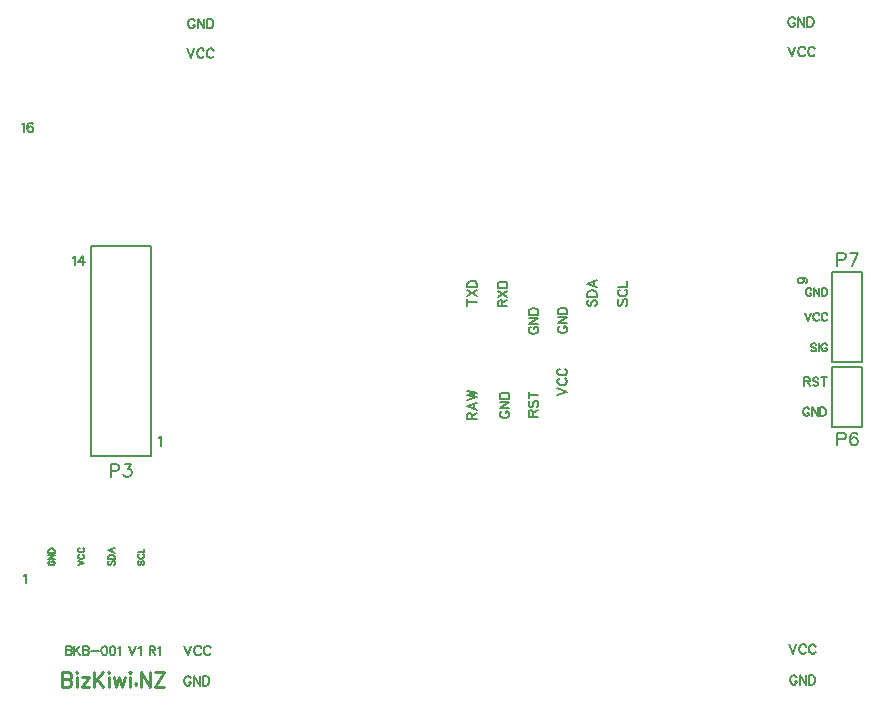
<source format=gto>
G04 Layer: TopSilkscreenLayer*
G04 EasyEDA v6.4.31, 2022-02-01 10:24:13*
G04 a2bdee3bbafc4a89820f5aeefba6b781,658f5e24285b455797eae137c281a567,10*
G04 Gerber Generator version 0.2*
G04 Scale: 100 percent, Rotated: No, Reflected: No *
G04 Dimensions in millimeters *
G04 leading zeros omitted , absolute positions ,4 integer and 5 decimal *
%FSLAX45Y45*%
%MOMM*%

%ADD10C,0.2540*%
%ADD18C,0.2032*%
%ADD19C,0.2030*%
%ADD20C,0.1600*%
%ADD21C,0.1270*%
%ADD22C,0.1778*%

%LPD*%
D20*
X6853577Y-198932D02*
G01*
X6849767Y-191312D01*
X6842147Y-183692D01*
X6834527Y-179880D01*
X6819287Y-179882D01*
X6811667Y-183692D01*
X6804047Y-191312D01*
X6800240Y-198932D01*
X6796427Y-210362D01*
X6796427Y-229412D01*
X6800237Y-240845D01*
X6804047Y-248465D01*
X6811667Y-256085D01*
X6819285Y-259892D01*
X6834527Y-259895D01*
X6842147Y-256085D01*
X6849765Y-248462D01*
X6853577Y-240842D01*
X6853577Y-229415D01*
X6834525Y-229412D02*
G01*
X6853577Y-229415D01*
X6878723Y-179882D02*
G01*
X6878723Y-259895D01*
X6878723Y-179882D02*
G01*
X6932063Y-259892D01*
X6932063Y-179882D02*
G01*
X6932063Y-259892D01*
X6957209Y-179882D02*
G01*
X6957207Y-259892D01*
X6957209Y-179882D02*
G01*
X6983879Y-179882D01*
X6995309Y-183692D01*
X7002929Y-191312D01*
X7006739Y-198932D01*
X7010549Y-210362D01*
X7010549Y-229415D01*
X7006739Y-240845D01*
X7002929Y-248465D01*
X6995309Y-256082D01*
X6983877Y-259895D01*
X6957207Y-259892D01*
X6794807Y-433476D02*
G01*
X6825287Y-513486D01*
X6855767Y-433476D02*
G01*
X6825287Y-513486D01*
X6938063Y-452526D02*
G01*
X6934253Y-444906D01*
X6926633Y-437286D01*
X6919013Y-433476D01*
X6903773Y-433476D01*
X6896153Y-437286D01*
X6888533Y-444906D01*
X6884723Y-452526D01*
X6880913Y-463956D01*
X6880913Y-483006D01*
X6884723Y-494436D01*
X6888533Y-502056D01*
X6896153Y-509676D01*
X6903773Y-513486D01*
X6919013Y-513486D01*
X6926633Y-509676D01*
X6934253Y-502056D01*
X6938063Y-494436D01*
X7020359Y-452526D02*
G01*
X7016549Y-444906D01*
X7008929Y-437286D01*
X7001309Y-433476D01*
X6986069Y-433476D01*
X6978449Y-437286D01*
X6970829Y-444906D01*
X6967019Y-452526D01*
X6963209Y-463956D01*
X6963209Y-483006D01*
X6967019Y-494436D01*
X6970829Y-502056D01*
X6978449Y-509676D01*
X6986069Y-513486D01*
X7001309Y-513486D01*
X7008929Y-509676D01*
X7016549Y-502056D01*
X7020359Y-494436D01*
X1770532Y-212496D02*
G01*
X1766722Y-204876D01*
X1759102Y-197256D01*
X1751482Y-193443D01*
X1736242Y-193446D01*
X1728622Y-197256D01*
X1721002Y-204876D01*
X1717194Y-212496D01*
X1713382Y-223926D01*
X1713382Y-242976D01*
X1717192Y-254408D01*
X1721002Y-262028D01*
X1728622Y-269648D01*
X1736239Y-273456D01*
X1751482Y-273458D01*
X1759102Y-269648D01*
X1766719Y-262026D01*
X1770532Y-254406D01*
X1770532Y-242978D01*
X1751479Y-242976D02*
G01*
X1770532Y-242978D01*
X1795678Y-193446D02*
G01*
X1795678Y-273458D01*
X1795678Y-193446D02*
G01*
X1849018Y-273456D01*
X1849018Y-193446D02*
G01*
X1849018Y-273456D01*
X1874164Y-193446D02*
G01*
X1874161Y-273456D01*
X1874164Y-193446D02*
G01*
X1900834Y-193446D01*
X1912264Y-197256D01*
X1919884Y-204876D01*
X1923694Y-212496D01*
X1927504Y-223926D01*
X1927504Y-242978D01*
X1923694Y-254408D01*
X1919884Y-262028D01*
X1912264Y-269646D01*
X1900831Y-273458D01*
X1874161Y-273456D01*
X1703628Y-445414D02*
G01*
X1734108Y-525424D01*
X1764588Y-445414D02*
G01*
X1734108Y-525424D01*
X1846884Y-464464D02*
G01*
X1843074Y-456844D01*
X1835454Y-449224D01*
X1827834Y-445414D01*
X1812594Y-445414D01*
X1804974Y-449224D01*
X1797354Y-456844D01*
X1793544Y-464464D01*
X1789734Y-475894D01*
X1789734Y-494944D01*
X1793544Y-506374D01*
X1797354Y-513994D01*
X1804974Y-521614D01*
X1812594Y-525424D01*
X1827834Y-525424D01*
X1835454Y-521614D01*
X1843074Y-513994D01*
X1846884Y-506374D01*
X1929180Y-464464D02*
G01*
X1925370Y-456844D01*
X1917750Y-449224D01*
X1910130Y-445414D01*
X1894890Y-445414D01*
X1887270Y-449224D01*
X1879650Y-456844D01*
X1875840Y-464464D01*
X1872030Y-475894D01*
X1872030Y-494944D01*
X1875840Y-506374D01*
X1879650Y-513994D01*
X1887270Y-521614D01*
X1894890Y-525424D01*
X1910130Y-525424D01*
X1917750Y-521614D01*
X1925370Y-513994D01*
X1929180Y-506374D01*
X1736392Y-5778555D02*
G01*
X1732582Y-5770935D01*
X1724962Y-5763315D01*
X1717342Y-5759503D01*
X1702102Y-5759505D01*
X1694482Y-5763315D01*
X1686862Y-5770935D01*
X1683054Y-5778555D01*
X1679242Y-5789985D01*
X1679242Y-5809035D01*
X1683052Y-5820468D01*
X1686862Y-5828088D01*
X1694482Y-5835708D01*
X1702099Y-5839515D01*
X1717342Y-5839518D01*
X1724962Y-5835708D01*
X1732579Y-5828085D01*
X1736392Y-5820465D01*
X1736392Y-5809038D01*
X1717339Y-5809035D02*
G01*
X1736392Y-5809038D01*
X1761538Y-5759505D02*
G01*
X1761538Y-5839518D01*
X1761538Y-5759505D02*
G01*
X1814878Y-5839515D01*
X1814878Y-5759505D02*
G01*
X1814878Y-5839515D01*
X1840024Y-5759505D02*
G01*
X1840021Y-5839515D01*
X1840024Y-5759505D02*
G01*
X1866694Y-5759505D01*
X1878124Y-5763315D01*
X1885744Y-5770935D01*
X1889554Y-5778555D01*
X1893364Y-5789985D01*
X1893364Y-5809038D01*
X1889554Y-5820468D01*
X1885744Y-5828088D01*
X1878124Y-5835705D01*
X1866691Y-5839518D01*
X1840021Y-5839515D01*
X1679242Y-5502655D02*
G01*
X1709722Y-5582665D01*
X1740202Y-5502655D02*
G01*
X1709722Y-5582665D01*
X1822498Y-5521705D02*
G01*
X1818688Y-5514086D01*
X1811068Y-5506465D01*
X1803448Y-5502655D01*
X1788208Y-5502655D01*
X1780588Y-5506465D01*
X1772968Y-5514086D01*
X1769158Y-5521705D01*
X1765348Y-5533136D01*
X1765348Y-5552186D01*
X1769158Y-5563615D01*
X1772968Y-5571236D01*
X1780588Y-5578855D01*
X1788208Y-5582665D01*
X1803448Y-5582665D01*
X1811068Y-5578855D01*
X1818688Y-5571236D01*
X1822498Y-5563615D01*
X1904794Y-5521705D02*
G01*
X1900984Y-5514086D01*
X1893364Y-5506465D01*
X1885744Y-5502655D01*
X1870504Y-5502655D01*
X1862884Y-5506465D01*
X1855264Y-5514086D01*
X1851454Y-5521705D01*
X1847644Y-5533136D01*
X1847644Y-5552186D01*
X1851454Y-5563615D01*
X1855264Y-5571236D01*
X1862884Y-5578855D01*
X1870504Y-5582665D01*
X1885744Y-5582665D01*
X1893364Y-5578855D01*
X1900984Y-5571236D01*
X1904794Y-5563615D01*
X6867344Y-5770478D02*
G01*
X6863534Y-5762858D01*
X6855914Y-5755238D01*
X6848294Y-5751426D01*
X6833054Y-5751428D01*
X6825434Y-5755238D01*
X6817814Y-5762858D01*
X6814007Y-5770478D01*
X6810194Y-5781908D01*
X6810194Y-5800958D01*
X6814004Y-5812391D01*
X6817814Y-5820011D01*
X6825434Y-5827631D01*
X6833052Y-5831438D01*
X6848294Y-5831441D01*
X6855914Y-5827631D01*
X6863532Y-5820008D01*
X6867344Y-5812388D01*
X6867344Y-5800961D01*
X6848292Y-5800958D02*
G01*
X6867344Y-5800961D01*
X6892490Y-5751428D02*
G01*
X6892490Y-5831441D01*
X6892490Y-5751428D02*
G01*
X6945830Y-5831438D01*
X6945830Y-5751428D02*
G01*
X6945830Y-5831438D01*
X6970976Y-5751428D02*
G01*
X6970974Y-5831438D01*
X6970976Y-5751428D02*
G01*
X6997646Y-5751428D01*
X7009076Y-5755238D01*
X7016696Y-5762858D01*
X7020506Y-5770478D01*
X7024316Y-5781908D01*
X7024316Y-5800961D01*
X7020506Y-5812391D01*
X7016696Y-5820011D01*
X7009076Y-5827628D01*
X6997644Y-5831441D01*
X6970974Y-5831438D01*
X6802373Y-5490667D02*
G01*
X6832854Y-5570677D01*
X6863334Y-5490667D02*
G01*
X6832854Y-5570677D01*
X6945629Y-5509717D02*
G01*
X6941820Y-5502097D01*
X6934200Y-5494477D01*
X6926579Y-5490667D01*
X6911339Y-5490667D01*
X6903720Y-5494477D01*
X6896100Y-5502097D01*
X6892289Y-5509717D01*
X6888479Y-5521147D01*
X6888479Y-5540197D01*
X6892289Y-5551627D01*
X6896100Y-5559247D01*
X6903720Y-5566867D01*
X6911339Y-5570677D01*
X6926579Y-5570677D01*
X6934200Y-5566867D01*
X6941820Y-5559247D01*
X6945629Y-5551627D01*
X7027926Y-5509717D02*
G01*
X7024115Y-5502097D01*
X7016495Y-5494477D01*
X7008876Y-5490667D01*
X6993636Y-5490667D01*
X6986015Y-5494477D01*
X6978395Y-5502097D01*
X6974586Y-5509717D01*
X6970776Y-5521147D01*
X6970776Y-5540197D01*
X6974586Y-5551627D01*
X6978395Y-5559247D01*
X6986015Y-5566867D01*
X6993636Y-5570677D01*
X7008876Y-5570677D01*
X7016495Y-5566867D01*
X7024115Y-5559247D01*
X7027926Y-5551627D01*
D21*
X542645Y-4783127D02*
G01*
X537565Y-4785667D01*
X532485Y-4790747D01*
X529945Y-4795827D01*
X529945Y-4805987D01*
X532485Y-4811067D01*
X537565Y-4816147D01*
X542645Y-4818687D01*
X550265Y-4821227D01*
X562965Y-4821227D01*
X570585Y-4818687D01*
X575665Y-4816147D01*
X580745Y-4811067D01*
X583285Y-4805987D01*
X583285Y-4795827D01*
X580745Y-4790747D01*
X575665Y-4785667D01*
X570585Y-4783127D01*
X562965Y-4783127D01*
X562965Y-4795827D02*
G01*
X562965Y-4783127D01*
X529945Y-4766363D02*
G01*
X583285Y-4766363D01*
X529945Y-4766363D02*
G01*
X583285Y-4730803D01*
X529945Y-4730803D02*
G01*
X583285Y-4730803D01*
X529945Y-4714039D02*
G01*
X583285Y-4714039D01*
X529945Y-4714039D02*
G01*
X529945Y-4696259D01*
X532485Y-4688639D01*
X537565Y-4683559D01*
X542645Y-4681019D01*
X550265Y-4678479D01*
X562965Y-4678479D01*
X570585Y-4681019D01*
X575665Y-4683559D01*
X580745Y-4688639D01*
X583285Y-4696259D01*
X583285Y-4714039D01*
X781812Y-4822952D02*
G01*
X835152Y-4802631D01*
X781812Y-4782312D02*
G01*
X835152Y-4802631D01*
X794512Y-4727447D02*
G01*
X789431Y-4729987D01*
X784352Y-4735068D01*
X781812Y-4740147D01*
X781812Y-4750307D01*
X784352Y-4755387D01*
X789431Y-4760468D01*
X794512Y-4763007D01*
X802131Y-4765547D01*
X814831Y-4765547D01*
X822452Y-4763007D01*
X827531Y-4760468D01*
X832612Y-4755387D01*
X835152Y-4750307D01*
X835152Y-4740147D01*
X832612Y-4735068D01*
X827531Y-4729987D01*
X822452Y-4727447D01*
X794512Y-4672584D02*
G01*
X789431Y-4675123D01*
X784352Y-4680204D01*
X781812Y-4685284D01*
X781812Y-4695444D01*
X784352Y-4700523D01*
X789431Y-4705604D01*
X794512Y-4708144D01*
X802131Y-4710684D01*
X814831Y-4710684D01*
X822452Y-4708144D01*
X827531Y-4705604D01*
X832612Y-4700523D01*
X835152Y-4695444D01*
X835152Y-4685284D01*
X832612Y-4680204D01*
X827531Y-4675123D01*
X822452Y-4672584D01*
X1044752Y-4783325D02*
G01*
X1039672Y-4788405D01*
X1037132Y-4796025D01*
X1037132Y-4806185D01*
X1039672Y-4813805D01*
X1044752Y-4818885D01*
X1049832Y-4818885D01*
X1054912Y-4816345D01*
X1057452Y-4813805D01*
X1059992Y-4808725D01*
X1065072Y-4793485D01*
X1067612Y-4788405D01*
X1070152Y-4785865D01*
X1075232Y-4783325D01*
X1082852Y-4783325D01*
X1087932Y-4788405D01*
X1090472Y-4796025D01*
X1090472Y-4806185D01*
X1087932Y-4813805D01*
X1082852Y-4818885D01*
X1037132Y-4766561D02*
G01*
X1090472Y-4766561D01*
X1037132Y-4766561D02*
G01*
X1037132Y-4748781D01*
X1039672Y-4741161D01*
X1044752Y-4736081D01*
X1049832Y-4733541D01*
X1057452Y-4731001D01*
X1070152Y-4731001D01*
X1077772Y-4733541D01*
X1082852Y-4736081D01*
X1087932Y-4741161D01*
X1090472Y-4748781D01*
X1090472Y-4766561D01*
X1037132Y-4693917D02*
G01*
X1090472Y-4714237D01*
X1037132Y-4693917D02*
G01*
X1090472Y-4673597D01*
X1072692Y-4706617D02*
G01*
X1072692Y-4681217D01*
X1296720Y-4782207D02*
G01*
X1291640Y-4787287D01*
X1289100Y-4794907D01*
X1289100Y-4805067D01*
X1291640Y-4812687D01*
X1296720Y-4817767D01*
X1301800Y-4817767D01*
X1306880Y-4815227D01*
X1309420Y-4812687D01*
X1311960Y-4807607D01*
X1317040Y-4792367D01*
X1319580Y-4787287D01*
X1322120Y-4784747D01*
X1327200Y-4782207D01*
X1334820Y-4782207D01*
X1339900Y-4787287D01*
X1342440Y-4794907D01*
X1342440Y-4805067D01*
X1339900Y-4812687D01*
X1334820Y-4817767D01*
X1301800Y-4727343D02*
G01*
X1296720Y-4729883D01*
X1291640Y-4734963D01*
X1289100Y-4740043D01*
X1289100Y-4750203D01*
X1291640Y-4755283D01*
X1296720Y-4760363D01*
X1301800Y-4762903D01*
X1309420Y-4765443D01*
X1322120Y-4765443D01*
X1329740Y-4762903D01*
X1334820Y-4760363D01*
X1339900Y-4755283D01*
X1342440Y-4750203D01*
X1342440Y-4740043D01*
X1339900Y-4734963D01*
X1334820Y-4729883D01*
X1329740Y-4727343D01*
X1289100Y-4710579D02*
G01*
X1342440Y-4710579D01*
X1342440Y-4710579D02*
G01*
X1342440Y-4680099D01*
D20*
X307238Y-1088136D02*
G01*
X314858Y-1084326D01*
X326288Y-1072895D01*
X326288Y-1152905D01*
X397154Y-1084326D02*
G01*
X393344Y-1076705D01*
X381914Y-1072895D01*
X374294Y-1072895D01*
X362864Y-1076705D01*
X355244Y-1088136D01*
X351434Y-1107186D01*
X351434Y-1126236D01*
X355244Y-1141476D01*
X362864Y-1149095D01*
X374294Y-1152905D01*
X378104Y-1152905D01*
X389534Y-1149095D01*
X397154Y-1141476D01*
X400964Y-1130045D01*
X400964Y-1126236D01*
X397154Y-1114805D01*
X389534Y-1107186D01*
X378104Y-1103376D01*
X374294Y-1103376D01*
X362864Y-1107186D01*
X355244Y-1114805D01*
X351434Y-1126236D01*
X323496Y-4908293D02*
G01*
X331116Y-4904483D01*
X342546Y-4893053D01*
X342546Y-4973063D01*
X738024Y-2216299D02*
G01*
X745644Y-2212489D01*
X757074Y-2201059D01*
X757074Y-2281069D01*
X820320Y-2201059D02*
G01*
X782220Y-2254399D01*
X839370Y-2254399D01*
X820320Y-2201059D02*
G01*
X820320Y-2281069D01*
X6934809Y-2683865D02*
G01*
X6960717Y-2751937D01*
X6986625Y-2683865D02*
G01*
X6960717Y-2751937D01*
X7056475Y-2700121D02*
G01*
X7053173Y-2693517D01*
X7046569Y-2687167D01*
X7040219Y-2683865D01*
X7027265Y-2683865D01*
X7020915Y-2687167D01*
X7014311Y-2693517D01*
X7011009Y-2700121D01*
X7007961Y-2709773D01*
X7007961Y-2726029D01*
X7011009Y-2735681D01*
X7014311Y-2742031D01*
X7020915Y-2748635D01*
X7027265Y-2751937D01*
X7040219Y-2751937D01*
X7046569Y-2748635D01*
X7053173Y-2742031D01*
X7056475Y-2735681D01*
X7126071Y-2700121D02*
G01*
X7123023Y-2693517D01*
X7116419Y-2687167D01*
X7110069Y-2683865D01*
X7097115Y-2683865D01*
X7090511Y-2687167D01*
X7084161Y-2693517D01*
X7080859Y-2700121D01*
X7077811Y-2709773D01*
X7077811Y-2726029D01*
X7080859Y-2735681D01*
X7084161Y-2742031D01*
X7090511Y-2748635D01*
X7097115Y-2751937D01*
X7110069Y-2751937D01*
X7116419Y-2748635D01*
X7123023Y-2742031D01*
X7126071Y-2735681D01*
X4337100Y-2629204D02*
G01*
X4417110Y-2629204D01*
X4337100Y-2629204D02*
G01*
X4337100Y-2594914D01*
X4340910Y-2583484D01*
X4344720Y-2579674D01*
X4352340Y-2575864D01*
X4359960Y-2575864D01*
X4367580Y-2579674D01*
X4371390Y-2583484D01*
X4375200Y-2594914D01*
X4375200Y-2629204D01*
X4375200Y-2602534D02*
G01*
X4417110Y-2575864D01*
X4337100Y-2550718D02*
G01*
X4417110Y-2497378D01*
X4337100Y-2497378D02*
G01*
X4417110Y-2550718D01*
X4337100Y-2472232D02*
G01*
X4417110Y-2472232D01*
X4337100Y-2472232D02*
G01*
X4337100Y-2445562D01*
X4340910Y-2434132D01*
X4348530Y-2426512D01*
X4356150Y-2422702D01*
X4367580Y-2418892D01*
X4386630Y-2418892D01*
X4398060Y-2422702D01*
X4405680Y-2426512D01*
X4413300Y-2434132D01*
X4417110Y-2445562D01*
X4417110Y-2472232D01*
X4078632Y-2596032D02*
G01*
X4158642Y-2596032D01*
X4078632Y-2622702D02*
G01*
X4078632Y-2569362D01*
X4078632Y-2544216D02*
G01*
X4158642Y-2490876D01*
X4078632Y-2490876D02*
G01*
X4158642Y-2544216D01*
X4078632Y-2465730D02*
G01*
X4158642Y-2465730D01*
X4078632Y-2465730D02*
G01*
X4078632Y-2439060D01*
X4082442Y-2427630D01*
X4090062Y-2420010D01*
X4097682Y-2416200D01*
X4109112Y-2412390D01*
X4128162Y-2412390D01*
X4139592Y-2416200D01*
X4147212Y-2420010D01*
X4154832Y-2427630D01*
X4158642Y-2439060D01*
X4158642Y-2465730D01*
X4841034Y-3382467D02*
G01*
X4921044Y-3351987D01*
X4841034Y-3321507D02*
G01*
X4921044Y-3351987D01*
X4860084Y-3239211D02*
G01*
X4852464Y-3243021D01*
X4844844Y-3250641D01*
X4841034Y-3258261D01*
X4841034Y-3273501D01*
X4844844Y-3281121D01*
X4852464Y-3288741D01*
X4860084Y-3292551D01*
X4871514Y-3296361D01*
X4890564Y-3296361D01*
X4901994Y-3292551D01*
X4909614Y-3288741D01*
X4917234Y-3281121D01*
X4921044Y-3273501D01*
X4921044Y-3258261D01*
X4917234Y-3250641D01*
X4909614Y-3243021D01*
X4901994Y-3239211D01*
X4860084Y-3156915D02*
G01*
X4852464Y-3160725D01*
X4844844Y-3168345D01*
X4841034Y-3175965D01*
X4841034Y-3191205D01*
X4844844Y-3198825D01*
X4852464Y-3206445D01*
X4860084Y-3210255D01*
X4871514Y-3214065D01*
X4890564Y-3214065D01*
X4901994Y-3210255D01*
X4909614Y-3206445D01*
X4917234Y-3198825D01*
X4921044Y-3191205D01*
X4921044Y-3175965D01*
X4917234Y-3168345D01*
X4909614Y-3160725D01*
X4901994Y-3156915D01*
X4370786Y-3515461D02*
G01*
X4363166Y-3519271D01*
X4355546Y-3526891D01*
X4351733Y-3534511D01*
X4351736Y-3549751D01*
X4355546Y-3557371D01*
X4363166Y-3564991D01*
X4370786Y-3568799D01*
X4382216Y-3572611D01*
X4401266Y-3572611D01*
X4412698Y-3568801D01*
X4420318Y-3564991D01*
X4427938Y-3557371D01*
X4431746Y-3549754D01*
X4431748Y-3534511D01*
X4427938Y-3526891D01*
X4420316Y-3519274D01*
X4412696Y-3515461D01*
X4401268Y-3515461D01*
X4401266Y-3534514D02*
G01*
X4401268Y-3515461D01*
X4351736Y-3490315D02*
G01*
X4431748Y-3490315D01*
X4351736Y-3490315D02*
G01*
X4431746Y-3436975D01*
X4351736Y-3436975D02*
G01*
X4431746Y-3436975D01*
X4351736Y-3411829D02*
G01*
X4431746Y-3411832D01*
X4351736Y-3411829D02*
G01*
X4351736Y-3385159D01*
X4355546Y-3373729D01*
X4363166Y-3366109D01*
X4370786Y-3362299D01*
X4382216Y-3358489D01*
X4401268Y-3358489D01*
X4412698Y-3362299D01*
X4420318Y-3366109D01*
X4427936Y-3373729D01*
X4431748Y-3385162D01*
X4431746Y-3411832D01*
X4614623Y-2803446D02*
G01*
X4607003Y-2807256D01*
X4599383Y-2814876D01*
X4595571Y-2822496D01*
X4595573Y-2837736D01*
X4599383Y-2845356D01*
X4607003Y-2852976D01*
X4614623Y-2856783D01*
X4626053Y-2860596D01*
X4645103Y-2860596D01*
X4656536Y-2856786D01*
X4664156Y-2852976D01*
X4671776Y-2845356D01*
X4675583Y-2837738D01*
X4675586Y-2822496D01*
X4671776Y-2814876D01*
X4664153Y-2807258D01*
X4656533Y-2803446D01*
X4645106Y-2803446D01*
X4645103Y-2822498D02*
G01*
X4645106Y-2803446D01*
X4595573Y-2778300D02*
G01*
X4675586Y-2778300D01*
X4595573Y-2778300D02*
G01*
X4675583Y-2724960D01*
X4595573Y-2724960D02*
G01*
X4675583Y-2724960D01*
X4595573Y-2699814D02*
G01*
X4675583Y-2699816D01*
X4595573Y-2699814D02*
G01*
X4595573Y-2673144D01*
X4599383Y-2661714D01*
X4607003Y-2654094D01*
X4614623Y-2650284D01*
X4626053Y-2646474D01*
X4645106Y-2646474D01*
X4656536Y-2650284D01*
X4664156Y-2654094D01*
X4671773Y-2661714D01*
X4675586Y-2673146D01*
X4675583Y-2699816D01*
X4861714Y-2796946D02*
G01*
X4854094Y-2800756D01*
X4846474Y-2808376D01*
X4842662Y-2815996D01*
X4842664Y-2831236D01*
X4846474Y-2838856D01*
X4854094Y-2846476D01*
X4861714Y-2850283D01*
X4873144Y-2854096D01*
X4892194Y-2854096D01*
X4903627Y-2850286D01*
X4911247Y-2846476D01*
X4918867Y-2838856D01*
X4922674Y-2831238D01*
X4922677Y-2815996D01*
X4918867Y-2808376D01*
X4911244Y-2800758D01*
X4903624Y-2796946D01*
X4892197Y-2796946D01*
X4892194Y-2815998D02*
G01*
X4892197Y-2796946D01*
X4842664Y-2771800D02*
G01*
X4922677Y-2771800D01*
X4842664Y-2771800D02*
G01*
X4922674Y-2718460D01*
X4842664Y-2718460D02*
G01*
X4922674Y-2718460D01*
X4842664Y-2693314D02*
G01*
X4922674Y-2693316D01*
X4842664Y-2693314D02*
G01*
X4842664Y-2666644D01*
X4846474Y-2655214D01*
X4854094Y-2647594D01*
X4861714Y-2643784D01*
X4873144Y-2639974D01*
X4892197Y-2639974D01*
X4903627Y-2643784D01*
X4911247Y-2647594D01*
X4918864Y-2655214D01*
X4922677Y-2666646D01*
X4922674Y-2693316D01*
X6901334Y-2384755D02*
G01*
X6912764Y-2388565D01*
X6920384Y-2396185D01*
X6924194Y-2407615D01*
X6924194Y-2411425D01*
X6920384Y-2422855D01*
X6912764Y-2430475D01*
X6901334Y-2434285D01*
X6897524Y-2434285D01*
X6886094Y-2430475D01*
X6878474Y-2422855D01*
X6874664Y-2411425D01*
X6874664Y-2407615D01*
X6878474Y-2396185D01*
X6886094Y-2388565D01*
X6901334Y-2384755D01*
X6920384Y-2384755D01*
X6939434Y-2388565D01*
X6950864Y-2396185D01*
X6954674Y-2407615D01*
X6954674Y-2415235D01*
X6950864Y-2426665D01*
X6943244Y-2430475D01*
X4078627Y-3583025D02*
G01*
X4158637Y-3583025D01*
X4078627Y-3583025D02*
G01*
X4078627Y-3548735D01*
X4082437Y-3537305D01*
X4086247Y-3533495D01*
X4093867Y-3529685D01*
X4101487Y-3529685D01*
X4109107Y-3533495D01*
X4112917Y-3537305D01*
X4116727Y-3548735D01*
X4116727Y-3583025D01*
X4116727Y-3556355D02*
G01*
X4158637Y-3529685D01*
X4078627Y-3474059D02*
G01*
X4158637Y-3504539D01*
X4078627Y-3474059D02*
G01*
X4158637Y-3443579D01*
X4131967Y-3493109D02*
G01*
X4131967Y-3455009D01*
X4078627Y-3418433D02*
G01*
X4158637Y-3399383D01*
X4078627Y-3380333D02*
G01*
X4158637Y-3399383D01*
X4078627Y-3380333D02*
G01*
X4158637Y-3361283D01*
X4078627Y-3342233D02*
G01*
X4158637Y-3361283D01*
X5104432Y-2572103D02*
G01*
X5096812Y-2579723D01*
X5093002Y-2591153D01*
X5093002Y-2606393D01*
X5096812Y-2617823D01*
X5104432Y-2625443D01*
X5112052Y-2625443D01*
X5119672Y-2621633D01*
X5123482Y-2617823D01*
X5127292Y-2610203D01*
X5134912Y-2587343D01*
X5138722Y-2579723D01*
X5142532Y-2575913D01*
X5150152Y-2572103D01*
X5161582Y-2572103D01*
X5169202Y-2579723D01*
X5173012Y-2591153D01*
X5173012Y-2606393D01*
X5169202Y-2617823D01*
X5161582Y-2625443D01*
X5093002Y-2546957D02*
G01*
X5173012Y-2546957D01*
X5093002Y-2546957D02*
G01*
X5093002Y-2520287D01*
X5096812Y-2508857D01*
X5104432Y-2501237D01*
X5112052Y-2497427D01*
X5123482Y-2493617D01*
X5142532Y-2493617D01*
X5153962Y-2497427D01*
X5161582Y-2501237D01*
X5169202Y-2508857D01*
X5173012Y-2520287D01*
X5173012Y-2546957D01*
X5093002Y-2437991D02*
G01*
X5173012Y-2468471D01*
X5093002Y-2437991D02*
G01*
X5173012Y-2407511D01*
X5146342Y-2457041D02*
G01*
X5146342Y-2418941D01*
X5361282Y-2568801D02*
G01*
X5353662Y-2576421D01*
X5349852Y-2587851D01*
X5349852Y-2603091D01*
X5353662Y-2614521D01*
X5361282Y-2622141D01*
X5368902Y-2622141D01*
X5376522Y-2618331D01*
X5380332Y-2614521D01*
X5384142Y-2606901D01*
X5391762Y-2584041D01*
X5395572Y-2576421D01*
X5399382Y-2572611D01*
X5407002Y-2568801D01*
X5418432Y-2568801D01*
X5426052Y-2576421D01*
X5429862Y-2587851D01*
X5429862Y-2603091D01*
X5426052Y-2614521D01*
X5418432Y-2622141D01*
X5368902Y-2486505D02*
G01*
X5361282Y-2490315D01*
X5353662Y-2497935D01*
X5349852Y-2505555D01*
X5349852Y-2520795D01*
X5353662Y-2528415D01*
X5361282Y-2536035D01*
X5368902Y-2539845D01*
X5380332Y-2543655D01*
X5399382Y-2543655D01*
X5410812Y-2539845D01*
X5418432Y-2536035D01*
X5426052Y-2528415D01*
X5429862Y-2520795D01*
X5429862Y-2505555D01*
X5426052Y-2497935D01*
X5418432Y-2490315D01*
X5410812Y-2486505D01*
X5349852Y-2461359D02*
G01*
X5429862Y-2461359D01*
X5429862Y-2461359D02*
G01*
X5429862Y-2415639D01*
D10*
X645360Y-5727702D02*
G01*
X645360Y-5849114D01*
X645360Y-5727702D02*
G01*
X697430Y-5727702D01*
X714702Y-5733544D01*
X720290Y-5739386D01*
X726132Y-5750816D01*
X726132Y-5762500D01*
X720290Y-5773930D01*
X714702Y-5779772D01*
X697430Y-5785614D01*
X645360Y-5785614D02*
G01*
X697430Y-5785614D01*
X714702Y-5791202D01*
X720290Y-5797044D01*
X726132Y-5808474D01*
X726132Y-5826000D01*
X720290Y-5837430D01*
X714702Y-5843272D01*
X697430Y-5849114D01*
X645360Y-5849114D01*
X764232Y-5727702D02*
G01*
X770074Y-5733544D01*
X775916Y-5727702D01*
X770074Y-5722114D01*
X764232Y-5727702D01*
X770074Y-5768088D02*
G01*
X770074Y-5849114D01*
X877516Y-5768088D02*
G01*
X814016Y-5849114D01*
X814016Y-5768088D02*
G01*
X877516Y-5768088D01*
X814016Y-5849114D02*
G01*
X877516Y-5849114D01*
X915616Y-5727702D02*
G01*
X915616Y-5849114D01*
X996388Y-5727702D02*
G01*
X915616Y-5808474D01*
X944318Y-5779772D02*
G01*
X996388Y-5849114D01*
X1034488Y-5727702D02*
G01*
X1040330Y-5733544D01*
X1045918Y-5727702D01*
X1040330Y-5722114D01*
X1034488Y-5727702D01*
X1040330Y-5768088D02*
G01*
X1040330Y-5849114D01*
X1084018Y-5768088D02*
G01*
X1107132Y-5849114D01*
X1130246Y-5768088D02*
G01*
X1107132Y-5849114D01*
X1130246Y-5768088D02*
G01*
X1153360Y-5849114D01*
X1176474Y-5768088D02*
G01*
X1153360Y-5849114D01*
X1214574Y-5727702D02*
G01*
X1220416Y-5733544D01*
X1226004Y-5727702D01*
X1220416Y-5722114D01*
X1214574Y-5727702D01*
X1220416Y-5768088D02*
G01*
X1220416Y-5849114D01*
X1269946Y-5820158D02*
G01*
X1264104Y-5826000D01*
X1269946Y-5831588D01*
X1275788Y-5826000D01*
X1269946Y-5820158D01*
X1313888Y-5727702D02*
G01*
X1313888Y-5849114D01*
X1313888Y-5727702D02*
G01*
X1394660Y-5849114D01*
X1394660Y-5727702D02*
G01*
X1394660Y-5849114D01*
X1513532Y-5727702D02*
G01*
X1432760Y-5849114D01*
X1432760Y-5727702D02*
G01*
X1513532Y-5727702D01*
X1432760Y-5849114D02*
G01*
X1513532Y-5849114D01*
D20*
X7032038Y-2951990D02*
G01*
X7025688Y-2945640D01*
X7016036Y-2942338D01*
X7003082Y-2942338D01*
X6993176Y-2945640D01*
X6986826Y-2951990D01*
X6986826Y-2958594D01*
X6990128Y-2964944D01*
X6993176Y-2968246D01*
X6999780Y-2971548D01*
X7019084Y-2977898D01*
X7025688Y-2981200D01*
X7028736Y-2984502D01*
X7032038Y-2990852D01*
X7032038Y-3000504D01*
X7025688Y-3007108D01*
X7016036Y-3010410D01*
X7003082Y-3010410D01*
X6993176Y-3007108D01*
X6986826Y-3000504D01*
X7053374Y-2942338D02*
G01*
X7053374Y-3010410D01*
X7123224Y-2958594D02*
G01*
X7119922Y-2951990D01*
X7113572Y-2945640D01*
X7106968Y-2942338D01*
X7094268Y-2942338D01*
X7087664Y-2945640D01*
X7081314Y-2951990D01*
X7078012Y-2958594D01*
X7074710Y-2968246D01*
X7074710Y-2984502D01*
X7078012Y-2994154D01*
X7081314Y-3000504D01*
X7087664Y-3007108D01*
X7094268Y-3010410D01*
X7106968Y-3010410D01*
X7113572Y-3007108D01*
X7119922Y-3000504D01*
X7123224Y-2994154D01*
X7123224Y-2984502D01*
X7106968Y-2984502D02*
G01*
X7123224Y-2984502D01*
X6991451Y-2487170D02*
G01*
X6988149Y-2480566D01*
X6981799Y-2474216D01*
X6975195Y-2470914D01*
X6962241Y-2470914D01*
X6955891Y-2474216D01*
X6949287Y-2480566D01*
X6946239Y-2487170D01*
X6942937Y-2496822D01*
X6942937Y-2513078D01*
X6946239Y-2522730D01*
X6949287Y-2529080D01*
X6955891Y-2535684D01*
X6962241Y-2538986D01*
X6975195Y-2538986D01*
X6981799Y-2535684D01*
X6988149Y-2529080D01*
X6991451Y-2522730D01*
X6991451Y-2513078D01*
X6975195Y-2513078D02*
G01*
X6991451Y-2513078D01*
X7012787Y-2470914D02*
G01*
X7012787Y-2538986D01*
X7012787Y-2470914D02*
G01*
X7057999Y-2538986D01*
X7057999Y-2470914D02*
G01*
X7057999Y-2538986D01*
X7079335Y-2470914D02*
G01*
X7079335Y-2538986D01*
X7079335Y-2470914D02*
G01*
X7101941Y-2470914D01*
X7111593Y-2474216D01*
X7118197Y-2480566D01*
X7121499Y-2487170D01*
X7124547Y-2496822D01*
X7124547Y-2513078D01*
X7121499Y-2522730D01*
X7118197Y-2529080D01*
X7111593Y-2535684D01*
X7101941Y-2538986D01*
X7079335Y-2538986D01*
X4595568Y-3562296D02*
G01*
X4675578Y-3562296D01*
X4595568Y-3562296D02*
G01*
X4595568Y-3528006D01*
X4599378Y-3516576D01*
X4603188Y-3512766D01*
X4610808Y-3508956D01*
X4618428Y-3508956D01*
X4626048Y-3512766D01*
X4629858Y-3516576D01*
X4633668Y-3528006D01*
X4633668Y-3562296D01*
X4633668Y-3535626D02*
G01*
X4675578Y-3508956D01*
X4606998Y-3430470D02*
G01*
X4599378Y-3438090D01*
X4595568Y-3449520D01*
X4595568Y-3464760D01*
X4599378Y-3476190D01*
X4606998Y-3483810D01*
X4614618Y-3483810D01*
X4622238Y-3480000D01*
X4626048Y-3476190D01*
X4629858Y-3468570D01*
X4637478Y-3445710D01*
X4641288Y-3438090D01*
X4645098Y-3434280D01*
X4652718Y-3430470D01*
X4664148Y-3430470D01*
X4671768Y-3438090D01*
X4675578Y-3449520D01*
X4675578Y-3464760D01*
X4671768Y-3476190D01*
X4664148Y-3483810D01*
X4595568Y-3378654D02*
G01*
X4675578Y-3378654D01*
X4595568Y-3405324D02*
G01*
X4595568Y-3351984D01*
X6974484Y-3500676D02*
G01*
X6971182Y-3493818D01*
X6964324Y-3486960D01*
X6957466Y-3483658D01*
X6944004Y-3483658D01*
X6937146Y-3486960D01*
X6930288Y-3493818D01*
X6926732Y-3500676D01*
X6923430Y-3510836D01*
X6923430Y-3527854D01*
X6926732Y-3538268D01*
X6930288Y-3545126D01*
X6937146Y-3551730D01*
X6944004Y-3555286D01*
X6957466Y-3555286D01*
X6964324Y-3551730D01*
X6971182Y-3545126D01*
X6974484Y-3538268D01*
X6974484Y-3527854D01*
X6957466Y-3527854D02*
G01*
X6974484Y-3527854D01*
X6997090Y-3483658D02*
G01*
X6997090Y-3555286D01*
X6997090Y-3483658D02*
G01*
X7044842Y-3555286D01*
X7044842Y-3483658D02*
G01*
X7044842Y-3555286D01*
X7067194Y-3483658D02*
G01*
X7067194Y-3555286D01*
X7067194Y-3483658D02*
G01*
X7091070Y-3483658D01*
X7101484Y-3486960D01*
X7108088Y-3493818D01*
X7111644Y-3500676D01*
X7114946Y-3510836D01*
X7114946Y-3527854D01*
X7111644Y-3538268D01*
X7108088Y-3545126D01*
X7101484Y-3551730D01*
X7091070Y-3555286D01*
X7067194Y-3555286D01*
X6931555Y-3230067D02*
G01*
X6931555Y-3301657D01*
X6931555Y-3230067D02*
G01*
X6962239Y-3230067D01*
X6972465Y-3233475D01*
X6975876Y-3236884D01*
X6979285Y-3243704D01*
X6979285Y-3250521D01*
X6975876Y-3257339D01*
X6972465Y-3260747D01*
X6962239Y-3264156D01*
X6931555Y-3264156D01*
X6955421Y-3264156D02*
G01*
X6979285Y-3301657D01*
X7049510Y-3240293D02*
G01*
X7042693Y-3233475D01*
X7032464Y-3230067D01*
X7018830Y-3230067D01*
X7008601Y-3233475D01*
X7001784Y-3240293D01*
X7001784Y-3247113D01*
X7005193Y-3253930D01*
X7008601Y-3257339D01*
X7015421Y-3260747D01*
X7035876Y-3267567D01*
X7042693Y-3270976D01*
X7046102Y-3274385D01*
X7049510Y-3281202D01*
X7049510Y-3291431D01*
X7042693Y-3298248D01*
X7032464Y-3301657D01*
X7018830Y-3301657D01*
X7008601Y-3298248D01*
X7001784Y-3291431D01*
X7095876Y-3230067D02*
G01*
X7095876Y-3301657D01*
X7072010Y-3230067D02*
G01*
X7119739Y-3230067D01*
D21*
X679500Y-5507532D02*
G01*
X679500Y-5580430D01*
X679500Y-5507532D02*
G01*
X710742Y-5507532D01*
X721156Y-5511088D01*
X724458Y-5514644D01*
X728014Y-5521502D01*
X728014Y-5528360D01*
X724458Y-5535218D01*
X721156Y-5538774D01*
X710742Y-5542330D01*
X679500Y-5542330D02*
G01*
X710742Y-5542330D01*
X721156Y-5545632D01*
X724458Y-5549188D01*
X728014Y-5556046D01*
X728014Y-5566460D01*
X724458Y-5573318D01*
X721156Y-5576874D01*
X710742Y-5580430D01*
X679500Y-5580430D01*
X750874Y-5507532D02*
G01*
X750874Y-5580430D01*
X799388Y-5507532D02*
G01*
X750874Y-5556046D01*
X768146Y-5538774D02*
G01*
X799388Y-5580430D01*
X822248Y-5507532D02*
G01*
X822248Y-5580430D01*
X822248Y-5507532D02*
G01*
X853490Y-5507532D01*
X863650Y-5511088D01*
X867206Y-5514644D01*
X870762Y-5521502D01*
X870762Y-5528360D01*
X867206Y-5535218D01*
X863650Y-5538774D01*
X853490Y-5542330D01*
X822248Y-5542330D02*
G01*
X853490Y-5542330D01*
X863650Y-5545632D01*
X867206Y-5549188D01*
X870762Y-5556046D01*
X870762Y-5566460D01*
X867206Y-5573318D01*
X863650Y-5576874D01*
X853490Y-5580430D01*
X822248Y-5580430D01*
X893622Y-5549188D02*
G01*
X955852Y-5549188D01*
X999540Y-5507532D02*
G01*
X989126Y-5511088D01*
X982268Y-5521502D01*
X978712Y-5538774D01*
X978712Y-5549188D01*
X982268Y-5566460D01*
X989126Y-5576874D01*
X999540Y-5580430D01*
X1006398Y-5580430D01*
X1016812Y-5576874D01*
X1023670Y-5566460D01*
X1027226Y-5549188D01*
X1027226Y-5538774D01*
X1023670Y-5521502D01*
X1016812Y-5511088D01*
X1006398Y-5507532D01*
X999540Y-5507532D01*
X1070914Y-5507532D02*
G01*
X1060500Y-5511088D01*
X1053642Y-5521502D01*
X1050086Y-5538774D01*
X1050086Y-5549188D01*
X1053642Y-5566460D01*
X1060500Y-5576874D01*
X1070914Y-5580430D01*
X1077772Y-5580430D01*
X1088186Y-5576874D01*
X1095044Y-5566460D01*
X1098600Y-5549188D01*
X1098600Y-5538774D01*
X1095044Y-5521502D01*
X1088186Y-5511088D01*
X1077772Y-5507532D01*
X1070914Y-5507532D01*
X1121460Y-5521502D02*
G01*
X1128318Y-5517946D01*
X1138732Y-5507532D01*
X1138732Y-5580430D01*
X1214932Y-5507532D02*
G01*
X1242618Y-5580430D01*
X1270304Y-5507532D02*
G01*
X1242618Y-5580430D01*
X1293164Y-5521502D02*
G01*
X1300276Y-5517946D01*
X1310690Y-5507532D01*
X1310690Y-5580430D01*
X1386890Y-5507532D02*
G01*
X1386890Y-5580430D01*
X1386890Y-5507532D02*
G01*
X1417878Y-5507532D01*
X1428292Y-5511088D01*
X1431848Y-5514644D01*
X1435150Y-5521502D01*
X1435150Y-5528360D01*
X1431848Y-5535218D01*
X1428292Y-5538774D01*
X1417878Y-5542330D01*
X1386890Y-5542330D01*
X1411020Y-5542330D02*
G01*
X1435150Y-5580430D01*
X1458010Y-5521502D02*
G01*
X1465122Y-5517946D01*
X1475536Y-5507532D01*
X1475536Y-5580430D01*
D20*
X1463802Y-3742436D02*
G01*
X1471421Y-3738626D01*
X1482852Y-3727195D01*
X1482852Y-3807205D01*
D22*
X7209533Y-2176675D02*
G01*
X7209533Y-2285641D01*
X7209533Y-2176675D02*
G01*
X7256269Y-2176675D01*
X7271763Y-2181755D01*
X7277097Y-2186835D01*
X7282177Y-2197249D01*
X7282177Y-2212997D01*
X7277097Y-2223411D01*
X7271763Y-2228491D01*
X7256269Y-2233825D01*
X7209533Y-2233825D01*
X7389365Y-2176675D02*
G01*
X7337295Y-2285641D01*
X7316467Y-2176675D02*
G01*
X7389365Y-2176675D01*
X1057795Y-3963212D02*
G01*
X1057795Y-4072178D01*
X1057795Y-3963212D02*
G01*
X1104531Y-3963212D01*
X1120025Y-3968292D01*
X1125359Y-3973372D01*
X1130439Y-3983786D01*
X1130439Y-3999534D01*
X1125359Y-4009948D01*
X1120025Y-4015028D01*
X1104531Y-4020362D01*
X1057795Y-4020362D01*
X1175143Y-3963212D02*
G01*
X1232293Y-3963212D01*
X1201305Y-4004614D01*
X1216799Y-4004614D01*
X1227213Y-4009948D01*
X1232293Y-4015028D01*
X1237627Y-4030522D01*
X1237627Y-4040936D01*
X1232293Y-4056684D01*
X1221879Y-4067098D01*
X1206385Y-4072178D01*
X1190891Y-4072178D01*
X1175143Y-4067098D01*
X1170063Y-4061764D01*
X1164729Y-4051350D01*
X7211316Y-3697729D02*
G01*
X7211316Y-3806695D01*
X7211316Y-3697729D02*
G01*
X7258052Y-3697729D01*
X7273546Y-3702809D01*
X7278880Y-3707889D01*
X7283960Y-3718303D01*
X7283960Y-3734051D01*
X7278880Y-3744465D01*
X7273546Y-3749545D01*
X7258052Y-3754879D01*
X7211316Y-3754879D01*
X7380734Y-3713223D02*
G01*
X7375400Y-3702809D01*
X7359906Y-3697729D01*
X7349492Y-3697729D01*
X7333998Y-3702809D01*
X7323584Y-3718303D01*
X7318250Y-3744465D01*
X7318250Y-3770373D01*
X7323584Y-3791201D01*
X7333998Y-3801615D01*
X7349492Y-3806695D01*
X7354826Y-3806695D01*
X7370320Y-3801615D01*
X7380734Y-3791201D01*
X7385814Y-3775453D01*
X7385814Y-3770373D01*
X7380734Y-3754879D01*
X7370320Y-3744465D01*
X7354826Y-3739131D01*
X7349492Y-3739131D01*
X7333998Y-3744465D01*
X7323584Y-3754879D01*
X7318250Y-3770373D01*
D18*
X7419975Y-2524658D02*
G01*
X7419975Y-2334158D01*
X7165975Y-2334158D01*
X7165975Y-3096158D01*
X7419975Y-3096158D01*
D19*
X7419975Y-3096158D02*
G01*
X7419975Y-2524658D01*
D18*
X892098Y-3892219D02*
G01*
X1400098Y-3892219D01*
X1400098Y-2114219D01*
X892098Y-2114219D01*
X892098Y-3892219D01*
X7166965Y-3633723D02*
G01*
X7166965Y-3404514D01*
X7166508Y-3646627D01*
X7420508Y-3646627D01*
X7420508Y-3138373D01*
X7166508Y-3138373D01*
X7166508Y-3328873D01*
D19*
X7166965Y-3643477D02*
G01*
X7166559Y-3328771D01*
M02*

</source>
